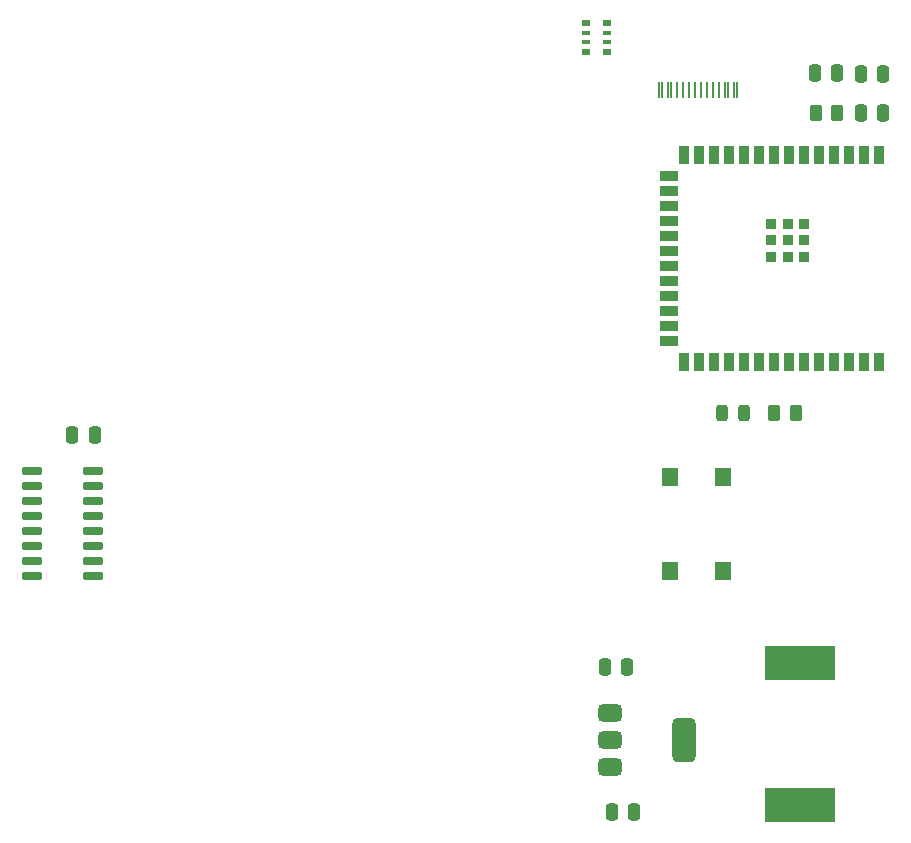
<source format=gbr>
%TF.GenerationSoftware,KiCad,Pcbnew,8.0.6*%
%TF.CreationDate,2025-01-01T18:17:33-06:00*%
%TF.ProjectId,AnalogMultiCapSense,416e616c-6f67-44d7-956c-746943617053,rev?*%
%TF.SameCoordinates,Original*%
%TF.FileFunction,Paste,Top*%
%TF.FilePolarity,Positive*%
%FSLAX46Y46*%
G04 Gerber Fmt 4.6, Leading zero omitted, Abs format (unit mm)*
G04 Created by KiCad (PCBNEW 8.0.6) date 2025-01-01 18:17:33*
%MOMM*%
%LPD*%
G01*
G04 APERTURE LIST*
G04 Aperture macros list*
%AMRoundRect*
0 Rectangle with rounded corners*
0 $1 Rounding radius*
0 $2 $3 $4 $5 $6 $7 $8 $9 X,Y pos of 4 corners*
0 Add a 4 corners polygon primitive as box body*
4,1,4,$2,$3,$4,$5,$6,$7,$8,$9,$2,$3,0*
0 Add four circle primitives for the rounded corners*
1,1,$1+$1,$2,$3*
1,1,$1+$1,$4,$5*
1,1,$1+$1,$6,$7*
1,1,$1+$1,$8,$9*
0 Add four rect primitives between the rounded corners*
20,1,$1+$1,$2,$3,$4,$5,0*
20,1,$1+$1,$4,$5,$6,$7,0*
20,1,$1+$1,$6,$7,$8,$9,0*
20,1,$1+$1,$8,$9,$2,$3,0*%
G04 Aperture macros list end*
%ADD10RoundRect,0.375000X-0.625000X-0.375000X0.625000X-0.375000X0.625000X0.375000X-0.625000X0.375000X0*%
%ADD11RoundRect,0.500000X-0.500000X-1.400000X0.500000X-1.400000X0.500000X1.400000X-0.500000X1.400000X0*%
%ADD12R,0.900000X0.900000*%
%ADD13R,0.900000X1.500000*%
%ADD14R,1.500000X0.900000*%
%ADD15RoundRect,0.150000X-0.725000X-0.150000X0.725000X-0.150000X0.725000X0.150000X-0.725000X0.150000X0*%
%ADD16R,1.400000X1.600000*%
%ADD17R,0.800000X0.500000*%
%ADD18R,0.800000X0.400000*%
%ADD19RoundRect,0.250000X-0.262500X-0.450000X0.262500X-0.450000X0.262500X0.450000X-0.262500X0.450000X0*%
%ADD20R,6.000000X3.000000*%
%ADD21R,0.250000X1.400000*%
%ADD22RoundRect,0.243750X-0.243750X-0.456250X0.243750X-0.456250X0.243750X0.456250X-0.243750X0.456250X0*%
%ADD23RoundRect,0.250000X-0.250000X-0.475000X0.250000X-0.475000X0.250000X0.475000X-0.250000X0.475000X0*%
%ADD24RoundRect,0.250000X0.250000X0.475000X-0.250000X0.475000X-0.250000X-0.475000X0.250000X-0.475000X0*%
G04 APERTURE END LIST*
D10*
%TO.C,U3*%
X176200000Y-134800000D03*
X176200000Y-137100000D03*
D11*
X182500000Y-137100000D03*
D10*
X176200000Y-139400000D03*
%TD*%
D12*
%TO.C,U2*%
X192695000Y-93385000D03*
X191295000Y-93385000D03*
X189895000Y-93385000D03*
X192695000Y-94785000D03*
X191295000Y-94785000D03*
X189895000Y-94785000D03*
X192695000Y-96185000D03*
X191295000Y-96185000D03*
X189895000Y-96185000D03*
D13*
X199015000Y-87535000D03*
X197745000Y-87535000D03*
X196475000Y-87535000D03*
X195205000Y-87535000D03*
X193935000Y-87535000D03*
X192665000Y-87535000D03*
X191395000Y-87535000D03*
X190125000Y-87535000D03*
X188855000Y-87535000D03*
X187585000Y-87535000D03*
X186315000Y-87535000D03*
X185045000Y-87535000D03*
X183775000Y-87535000D03*
X182505000Y-87535000D03*
D14*
X181255000Y-89300000D03*
X181255000Y-90570000D03*
X181255000Y-91840000D03*
X181255000Y-93110000D03*
X181255000Y-94380000D03*
X181255000Y-95650000D03*
X181255000Y-96920000D03*
X181255000Y-98190000D03*
X181255000Y-99460000D03*
X181255000Y-100730000D03*
X181255000Y-102000000D03*
X181255000Y-103270000D03*
D13*
X182505000Y-105035000D03*
X183775000Y-105035000D03*
X185045000Y-105035000D03*
X186315000Y-105035000D03*
X187585000Y-105035000D03*
X188855000Y-105035000D03*
X190125000Y-105035000D03*
X191395000Y-105035000D03*
X192665000Y-105035000D03*
X193935000Y-105035000D03*
X195205000Y-105035000D03*
X196475000Y-105035000D03*
X197745000Y-105035000D03*
X199015000Y-105035000D03*
%TD*%
D15*
%TO.C,U1*%
X127295785Y-114337575D03*
X127295785Y-115607575D03*
X127295785Y-116877575D03*
X127295785Y-118147575D03*
X127295785Y-119417575D03*
X127295785Y-120687575D03*
X127295785Y-121957575D03*
X127295785Y-123227575D03*
X132445785Y-123227575D03*
X132445785Y-121957575D03*
X132445785Y-120687575D03*
X132445785Y-119417575D03*
X132445785Y-118147575D03*
X132445785Y-116877575D03*
X132445785Y-115607575D03*
X132445785Y-114337575D03*
%TD*%
D16*
%TO.C,SW1*%
X185825000Y-114785000D03*
X185825000Y-122785000D03*
X181325000Y-114785000D03*
X181325000Y-122785000D03*
%TD*%
D17*
%TO.C,RN1*%
X174175000Y-76400000D03*
D18*
X174175000Y-77200000D03*
X174175000Y-78000000D03*
D17*
X174175000Y-78800000D03*
X175975000Y-78800000D03*
D18*
X175975000Y-78000000D03*
X175975000Y-77200000D03*
D17*
X175975000Y-76400000D03*
%TD*%
D19*
%TO.C,R2*%
X191975000Y-109400000D03*
X190150000Y-109400000D03*
%TD*%
%TO.C,R1*%
X195487500Y-84000000D03*
X193662500Y-84000000D03*
%TD*%
D20*
%TO.C,LS1*%
X192300000Y-130600000D03*
X192300000Y-142600000D03*
%TD*%
D21*
%TO.C,J1*%
X187000000Y-82072500D03*
X186200000Y-82072500D03*
X184925000Y-82072500D03*
X183925000Y-82072500D03*
X183425000Y-82072500D03*
X185425000Y-82072500D03*
X181150000Y-82072500D03*
X180350000Y-82072500D03*
X180600000Y-82072500D03*
X181400000Y-82072500D03*
X181925000Y-82072500D03*
X182925000Y-82072500D03*
X184425000Y-82072500D03*
X182425000Y-82072500D03*
X185950000Y-82072500D03*
X186750000Y-82072500D03*
%TD*%
D22*
%TO.C,D1*%
X187575000Y-109400000D03*
X185700000Y-109400000D03*
%TD*%
D23*
%TO.C,C6*%
X195475000Y-80600000D03*
X193575000Y-80600000D03*
%TD*%
D24*
%TO.C,C5*%
X197475000Y-84000000D03*
X199375000Y-84000000D03*
%TD*%
%TO.C,C4*%
X199375000Y-80700000D03*
X197475000Y-80700000D03*
%TD*%
%TO.C,C3*%
X177700000Y-130900000D03*
X175800000Y-130900000D03*
%TD*%
D23*
%TO.C,C2*%
X176400000Y-143200000D03*
X178300000Y-143200000D03*
%TD*%
%TO.C,C1*%
X130695785Y-111287575D03*
X132595785Y-111287575D03*
%TD*%
M02*

</source>
